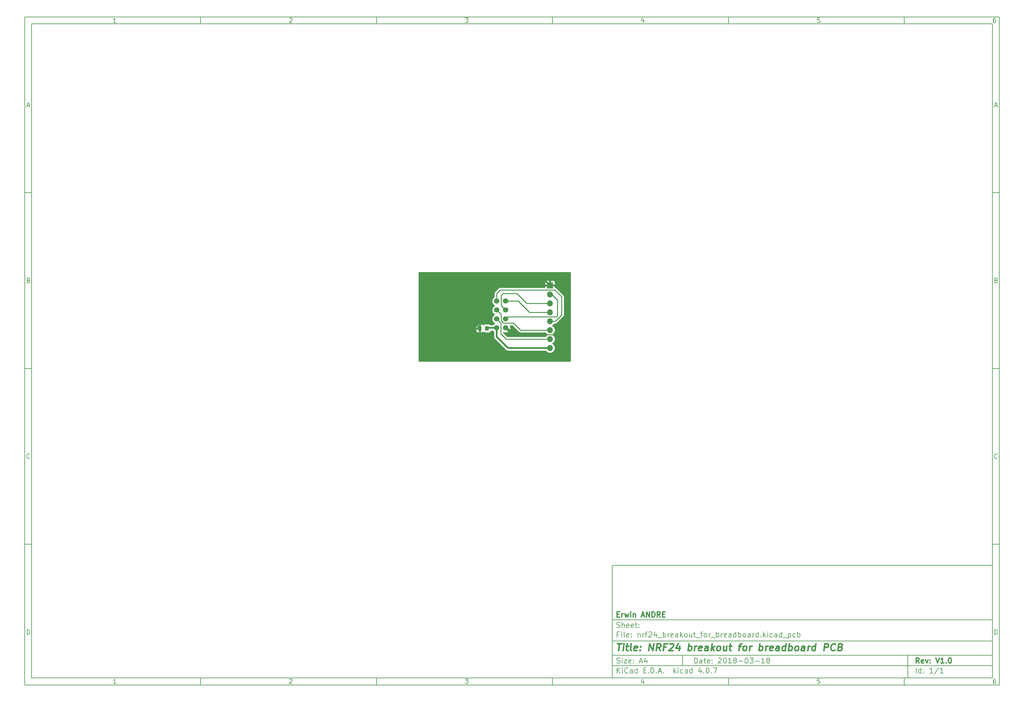
<source format=gtl>
G04 #@! TF.FileFunction,Copper,L1,Top,Signal*
%FSLAX46Y46*%
G04 Gerber Fmt 4.6, Leading zero omitted, Abs format (unit mm)*
G04 Created by KiCad (PCBNEW 4.0.7) date 03/19/18 18:58:34*
%MOMM*%
%LPD*%
G01*
G04 APERTURE LIST*
%ADD10C,0.100000*%
%ADD11C,0.150000*%
%ADD12C,0.300000*%
%ADD13C,0.400000*%
%ADD14C,1.524000*%
%ADD15R,1.700000X1.700000*%
%ADD16O,1.700000X1.700000*%
%ADD17R,1.000000X1.250000*%
%ADD18C,0.250000*%
%ADD19C,0.254000*%
%ADD20C,0.508000*%
G04 APERTURE END LIST*
D10*
D11*
X177002200Y-166007200D02*
X177002200Y-198007200D01*
X285002200Y-198007200D01*
X285002200Y-166007200D01*
X177002200Y-166007200D01*
D10*
D11*
X10000000Y-10000000D02*
X10000000Y-200007200D01*
X287002200Y-200007200D01*
X287002200Y-10000000D01*
X10000000Y-10000000D01*
D10*
D11*
X12000000Y-12000000D02*
X12000000Y-198007200D01*
X285002200Y-198007200D01*
X285002200Y-12000000D01*
X12000000Y-12000000D01*
D10*
D11*
X60000000Y-12000000D02*
X60000000Y-10000000D01*
D10*
D11*
X110000000Y-12000000D02*
X110000000Y-10000000D01*
D10*
D11*
X160000000Y-12000000D02*
X160000000Y-10000000D01*
D10*
D11*
X210000000Y-12000000D02*
X210000000Y-10000000D01*
D10*
D11*
X260000000Y-12000000D02*
X260000000Y-10000000D01*
D10*
D11*
X35990476Y-11588095D02*
X35247619Y-11588095D01*
X35619048Y-11588095D02*
X35619048Y-10288095D01*
X35495238Y-10473810D01*
X35371429Y-10597619D01*
X35247619Y-10659524D01*
D10*
D11*
X85247619Y-10411905D02*
X85309524Y-10350000D01*
X85433333Y-10288095D01*
X85742857Y-10288095D01*
X85866667Y-10350000D01*
X85928571Y-10411905D01*
X85990476Y-10535714D01*
X85990476Y-10659524D01*
X85928571Y-10845238D01*
X85185714Y-11588095D01*
X85990476Y-11588095D01*
D10*
D11*
X135185714Y-10288095D02*
X135990476Y-10288095D01*
X135557143Y-10783333D01*
X135742857Y-10783333D01*
X135866667Y-10845238D01*
X135928571Y-10907143D01*
X135990476Y-11030952D01*
X135990476Y-11340476D01*
X135928571Y-11464286D01*
X135866667Y-11526190D01*
X135742857Y-11588095D01*
X135371429Y-11588095D01*
X135247619Y-11526190D01*
X135185714Y-11464286D01*
D10*
D11*
X185866667Y-10721429D02*
X185866667Y-11588095D01*
X185557143Y-10226190D02*
X185247619Y-11154762D01*
X186052381Y-11154762D01*
D10*
D11*
X235928571Y-10288095D02*
X235309524Y-10288095D01*
X235247619Y-10907143D01*
X235309524Y-10845238D01*
X235433333Y-10783333D01*
X235742857Y-10783333D01*
X235866667Y-10845238D01*
X235928571Y-10907143D01*
X235990476Y-11030952D01*
X235990476Y-11340476D01*
X235928571Y-11464286D01*
X235866667Y-11526190D01*
X235742857Y-11588095D01*
X235433333Y-11588095D01*
X235309524Y-11526190D01*
X235247619Y-11464286D01*
D10*
D11*
X285866667Y-10288095D02*
X285619048Y-10288095D01*
X285495238Y-10350000D01*
X285433333Y-10411905D01*
X285309524Y-10597619D01*
X285247619Y-10845238D01*
X285247619Y-11340476D01*
X285309524Y-11464286D01*
X285371429Y-11526190D01*
X285495238Y-11588095D01*
X285742857Y-11588095D01*
X285866667Y-11526190D01*
X285928571Y-11464286D01*
X285990476Y-11340476D01*
X285990476Y-11030952D01*
X285928571Y-10907143D01*
X285866667Y-10845238D01*
X285742857Y-10783333D01*
X285495238Y-10783333D01*
X285371429Y-10845238D01*
X285309524Y-10907143D01*
X285247619Y-11030952D01*
D10*
D11*
X60000000Y-198007200D02*
X60000000Y-200007200D01*
D10*
D11*
X110000000Y-198007200D02*
X110000000Y-200007200D01*
D10*
D11*
X160000000Y-198007200D02*
X160000000Y-200007200D01*
D10*
D11*
X210000000Y-198007200D02*
X210000000Y-200007200D01*
D10*
D11*
X260000000Y-198007200D02*
X260000000Y-200007200D01*
D10*
D11*
X35990476Y-199595295D02*
X35247619Y-199595295D01*
X35619048Y-199595295D02*
X35619048Y-198295295D01*
X35495238Y-198481010D01*
X35371429Y-198604819D01*
X35247619Y-198666724D01*
D10*
D11*
X85247619Y-198419105D02*
X85309524Y-198357200D01*
X85433333Y-198295295D01*
X85742857Y-198295295D01*
X85866667Y-198357200D01*
X85928571Y-198419105D01*
X85990476Y-198542914D01*
X85990476Y-198666724D01*
X85928571Y-198852438D01*
X85185714Y-199595295D01*
X85990476Y-199595295D01*
D10*
D11*
X135185714Y-198295295D02*
X135990476Y-198295295D01*
X135557143Y-198790533D01*
X135742857Y-198790533D01*
X135866667Y-198852438D01*
X135928571Y-198914343D01*
X135990476Y-199038152D01*
X135990476Y-199347676D01*
X135928571Y-199471486D01*
X135866667Y-199533390D01*
X135742857Y-199595295D01*
X135371429Y-199595295D01*
X135247619Y-199533390D01*
X135185714Y-199471486D01*
D10*
D11*
X185866667Y-198728629D02*
X185866667Y-199595295D01*
X185557143Y-198233390D02*
X185247619Y-199161962D01*
X186052381Y-199161962D01*
D10*
D11*
X235928571Y-198295295D02*
X235309524Y-198295295D01*
X235247619Y-198914343D01*
X235309524Y-198852438D01*
X235433333Y-198790533D01*
X235742857Y-198790533D01*
X235866667Y-198852438D01*
X235928571Y-198914343D01*
X235990476Y-199038152D01*
X235990476Y-199347676D01*
X235928571Y-199471486D01*
X235866667Y-199533390D01*
X235742857Y-199595295D01*
X235433333Y-199595295D01*
X235309524Y-199533390D01*
X235247619Y-199471486D01*
D10*
D11*
X285866667Y-198295295D02*
X285619048Y-198295295D01*
X285495238Y-198357200D01*
X285433333Y-198419105D01*
X285309524Y-198604819D01*
X285247619Y-198852438D01*
X285247619Y-199347676D01*
X285309524Y-199471486D01*
X285371429Y-199533390D01*
X285495238Y-199595295D01*
X285742857Y-199595295D01*
X285866667Y-199533390D01*
X285928571Y-199471486D01*
X285990476Y-199347676D01*
X285990476Y-199038152D01*
X285928571Y-198914343D01*
X285866667Y-198852438D01*
X285742857Y-198790533D01*
X285495238Y-198790533D01*
X285371429Y-198852438D01*
X285309524Y-198914343D01*
X285247619Y-199038152D01*
D10*
D11*
X10000000Y-60000000D02*
X12000000Y-60000000D01*
D10*
D11*
X10000000Y-110000000D02*
X12000000Y-110000000D01*
D10*
D11*
X10000000Y-160000000D02*
X12000000Y-160000000D01*
D10*
D11*
X10690476Y-35216667D02*
X11309524Y-35216667D01*
X10566667Y-35588095D02*
X11000000Y-34288095D01*
X11433333Y-35588095D01*
D10*
D11*
X11092857Y-84907143D02*
X11278571Y-84969048D01*
X11340476Y-85030952D01*
X11402381Y-85154762D01*
X11402381Y-85340476D01*
X11340476Y-85464286D01*
X11278571Y-85526190D01*
X11154762Y-85588095D01*
X10659524Y-85588095D01*
X10659524Y-84288095D01*
X11092857Y-84288095D01*
X11216667Y-84350000D01*
X11278571Y-84411905D01*
X11340476Y-84535714D01*
X11340476Y-84659524D01*
X11278571Y-84783333D01*
X11216667Y-84845238D01*
X11092857Y-84907143D01*
X10659524Y-84907143D01*
D10*
D11*
X11402381Y-135464286D02*
X11340476Y-135526190D01*
X11154762Y-135588095D01*
X11030952Y-135588095D01*
X10845238Y-135526190D01*
X10721429Y-135402381D01*
X10659524Y-135278571D01*
X10597619Y-135030952D01*
X10597619Y-134845238D01*
X10659524Y-134597619D01*
X10721429Y-134473810D01*
X10845238Y-134350000D01*
X11030952Y-134288095D01*
X11154762Y-134288095D01*
X11340476Y-134350000D01*
X11402381Y-134411905D01*
D10*
D11*
X10659524Y-185588095D02*
X10659524Y-184288095D01*
X10969048Y-184288095D01*
X11154762Y-184350000D01*
X11278571Y-184473810D01*
X11340476Y-184597619D01*
X11402381Y-184845238D01*
X11402381Y-185030952D01*
X11340476Y-185278571D01*
X11278571Y-185402381D01*
X11154762Y-185526190D01*
X10969048Y-185588095D01*
X10659524Y-185588095D01*
D10*
D11*
X287002200Y-60000000D02*
X285002200Y-60000000D01*
D10*
D11*
X287002200Y-110000000D02*
X285002200Y-110000000D01*
D10*
D11*
X287002200Y-160000000D02*
X285002200Y-160000000D01*
D10*
D11*
X285692676Y-35216667D02*
X286311724Y-35216667D01*
X285568867Y-35588095D02*
X286002200Y-34288095D01*
X286435533Y-35588095D01*
D10*
D11*
X286095057Y-84907143D02*
X286280771Y-84969048D01*
X286342676Y-85030952D01*
X286404581Y-85154762D01*
X286404581Y-85340476D01*
X286342676Y-85464286D01*
X286280771Y-85526190D01*
X286156962Y-85588095D01*
X285661724Y-85588095D01*
X285661724Y-84288095D01*
X286095057Y-84288095D01*
X286218867Y-84350000D01*
X286280771Y-84411905D01*
X286342676Y-84535714D01*
X286342676Y-84659524D01*
X286280771Y-84783333D01*
X286218867Y-84845238D01*
X286095057Y-84907143D01*
X285661724Y-84907143D01*
D10*
D11*
X286404581Y-135464286D02*
X286342676Y-135526190D01*
X286156962Y-135588095D01*
X286033152Y-135588095D01*
X285847438Y-135526190D01*
X285723629Y-135402381D01*
X285661724Y-135278571D01*
X285599819Y-135030952D01*
X285599819Y-134845238D01*
X285661724Y-134597619D01*
X285723629Y-134473810D01*
X285847438Y-134350000D01*
X286033152Y-134288095D01*
X286156962Y-134288095D01*
X286342676Y-134350000D01*
X286404581Y-134411905D01*
D10*
D11*
X285661724Y-185588095D02*
X285661724Y-184288095D01*
X285971248Y-184288095D01*
X286156962Y-184350000D01*
X286280771Y-184473810D01*
X286342676Y-184597619D01*
X286404581Y-184845238D01*
X286404581Y-185030952D01*
X286342676Y-185278571D01*
X286280771Y-185402381D01*
X286156962Y-185526190D01*
X285971248Y-185588095D01*
X285661724Y-185588095D01*
D10*
D11*
X200359343Y-193785771D02*
X200359343Y-192285771D01*
X200716486Y-192285771D01*
X200930771Y-192357200D01*
X201073629Y-192500057D01*
X201145057Y-192642914D01*
X201216486Y-192928629D01*
X201216486Y-193142914D01*
X201145057Y-193428629D01*
X201073629Y-193571486D01*
X200930771Y-193714343D01*
X200716486Y-193785771D01*
X200359343Y-193785771D01*
X202502200Y-193785771D02*
X202502200Y-193000057D01*
X202430771Y-192857200D01*
X202287914Y-192785771D01*
X202002200Y-192785771D01*
X201859343Y-192857200D01*
X202502200Y-193714343D02*
X202359343Y-193785771D01*
X202002200Y-193785771D01*
X201859343Y-193714343D01*
X201787914Y-193571486D01*
X201787914Y-193428629D01*
X201859343Y-193285771D01*
X202002200Y-193214343D01*
X202359343Y-193214343D01*
X202502200Y-193142914D01*
X203002200Y-192785771D02*
X203573629Y-192785771D01*
X203216486Y-192285771D02*
X203216486Y-193571486D01*
X203287914Y-193714343D01*
X203430772Y-193785771D01*
X203573629Y-193785771D01*
X204645057Y-193714343D02*
X204502200Y-193785771D01*
X204216486Y-193785771D01*
X204073629Y-193714343D01*
X204002200Y-193571486D01*
X204002200Y-193000057D01*
X204073629Y-192857200D01*
X204216486Y-192785771D01*
X204502200Y-192785771D01*
X204645057Y-192857200D01*
X204716486Y-193000057D01*
X204716486Y-193142914D01*
X204002200Y-193285771D01*
X205359343Y-193642914D02*
X205430771Y-193714343D01*
X205359343Y-193785771D01*
X205287914Y-193714343D01*
X205359343Y-193642914D01*
X205359343Y-193785771D01*
X205359343Y-192857200D02*
X205430771Y-192928629D01*
X205359343Y-193000057D01*
X205287914Y-192928629D01*
X205359343Y-192857200D01*
X205359343Y-193000057D01*
X207145057Y-192428629D02*
X207216486Y-192357200D01*
X207359343Y-192285771D01*
X207716486Y-192285771D01*
X207859343Y-192357200D01*
X207930772Y-192428629D01*
X208002200Y-192571486D01*
X208002200Y-192714343D01*
X207930772Y-192928629D01*
X207073629Y-193785771D01*
X208002200Y-193785771D01*
X208930771Y-192285771D02*
X209073628Y-192285771D01*
X209216485Y-192357200D01*
X209287914Y-192428629D01*
X209359343Y-192571486D01*
X209430771Y-192857200D01*
X209430771Y-193214343D01*
X209359343Y-193500057D01*
X209287914Y-193642914D01*
X209216485Y-193714343D01*
X209073628Y-193785771D01*
X208930771Y-193785771D01*
X208787914Y-193714343D01*
X208716485Y-193642914D01*
X208645057Y-193500057D01*
X208573628Y-193214343D01*
X208573628Y-192857200D01*
X208645057Y-192571486D01*
X208716485Y-192428629D01*
X208787914Y-192357200D01*
X208930771Y-192285771D01*
X210859342Y-193785771D02*
X210002199Y-193785771D01*
X210430771Y-193785771D02*
X210430771Y-192285771D01*
X210287914Y-192500057D01*
X210145056Y-192642914D01*
X210002199Y-192714343D01*
X211716485Y-192928629D02*
X211573627Y-192857200D01*
X211502199Y-192785771D01*
X211430770Y-192642914D01*
X211430770Y-192571486D01*
X211502199Y-192428629D01*
X211573627Y-192357200D01*
X211716485Y-192285771D01*
X212002199Y-192285771D01*
X212145056Y-192357200D01*
X212216485Y-192428629D01*
X212287913Y-192571486D01*
X212287913Y-192642914D01*
X212216485Y-192785771D01*
X212145056Y-192857200D01*
X212002199Y-192928629D01*
X211716485Y-192928629D01*
X211573627Y-193000057D01*
X211502199Y-193071486D01*
X211430770Y-193214343D01*
X211430770Y-193500057D01*
X211502199Y-193642914D01*
X211573627Y-193714343D01*
X211716485Y-193785771D01*
X212002199Y-193785771D01*
X212145056Y-193714343D01*
X212216485Y-193642914D01*
X212287913Y-193500057D01*
X212287913Y-193214343D01*
X212216485Y-193071486D01*
X212145056Y-193000057D01*
X212002199Y-192928629D01*
X212930770Y-193214343D02*
X214073627Y-193214343D01*
X215073627Y-192285771D02*
X215216484Y-192285771D01*
X215359341Y-192357200D01*
X215430770Y-192428629D01*
X215502199Y-192571486D01*
X215573627Y-192857200D01*
X215573627Y-193214343D01*
X215502199Y-193500057D01*
X215430770Y-193642914D01*
X215359341Y-193714343D01*
X215216484Y-193785771D01*
X215073627Y-193785771D01*
X214930770Y-193714343D01*
X214859341Y-193642914D01*
X214787913Y-193500057D01*
X214716484Y-193214343D01*
X214716484Y-192857200D01*
X214787913Y-192571486D01*
X214859341Y-192428629D01*
X214930770Y-192357200D01*
X215073627Y-192285771D01*
X216073627Y-192285771D02*
X217002198Y-192285771D01*
X216502198Y-192857200D01*
X216716484Y-192857200D01*
X216859341Y-192928629D01*
X216930770Y-193000057D01*
X217002198Y-193142914D01*
X217002198Y-193500057D01*
X216930770Y-193642914D01*
X216859341Y-193714343D01*
X216716484Y-193785771D01*
X216287912Y-193785771D01*
X216145055Y-193714343D01*
X216073627Y-193642914D01*
X217645055Y-193214343D02*
X218787912Y-193214343D01*
X220287912Y-193785771D02*
X219430769Y-193785771D01*
X219859341Y-193785771D02*
X219859341Y-192285771D01*
X219716484Y-192500057D01*
X219573626Y-192642914D01*
X219430769Y-192714343D01*
X221145055Y-192928629D02*
X221002197Y-192857200D01*
X220930769Y-192785771D01*
X220859340Y-192642914D01*
X220859340Y-192571486D01*
X220930769Y-192428629D01*
X221002197Y-192357200D01*
X221145055Y-192285771D01*
X221430769Y-192285771D01*
X221573626Y-192357200D01*
X221645055Y-192428629D01*
X221716483Y-192571486D01*
X221716483Y-192642914D01*
X221645055Y-192785771D01*
X221573626Y-192857200D01*
X221430769Y-192928629D01*
X221145055Y-192928629D01*
X221002197Y-193000057D01*
X220930769Y-193071486D01*
X220859340Y-193214343D01*
X220859340Y-193500057D01*
X220930769Y-193642914D01*
X221002197Y-193714343D01*
X221145055Y-193785771D01*
X221430769Y-193785771D01*
X221573626Y-193714343D01*
X221645055Y-193642914D01*
X221716483Y-193500057D01*
X221716483Y-193214343D01*
X221645055Y-193071486D01*
X221573626Y-193000057D01*
X221430769Y-192928629D01*
D10*
D11*
X177002200Y-194507200D02*
X285002200Y-194507200D01*
D10*
D11*
X178359343Y-196585771D02*
X178359343Y-195085771D01*
X179216486Y-196585771D02*
X178573629Y-195728629D01*
X179216486Y-195085771D02*
X178359343Y-195942914D01*
X179859343Y-196585771D02*
X179859343Y-195585771D01*
X179859343Y-195085771D02*
X179787914Y-195157200D01*
X179859343Y-195228629D01*
X179930771Y-195157200D01*
X179859343Y-195085771D01*
X179859343Y-195228629D01*
X181430772Y-196442914D02*
X181359343Y-196514343D01*
X181145057Y-196585771D01*
X181002200Y-196585771D01*
X180787915Y-196514343D01*
X180645057Y-196371486D01*
X180573629Y-196228629D01*
X180502200Y-195942914D01*
X180502200Y-195728629D01*
X180573629Y-195442914D01*
X180645057Y-195300057D01*
X180787915Y-195157200D01*
X181002200Y-195085771D01*
X181145057Y-195085771D01*
X181359343Y-195157200D01*
X181430772Y-195228629D01*
X182716486Y-196585771D02*
X182716486Y-195800057D01*
X182645057Y-195657200D01*
X182502200Y-195585771D01*
X182216486Y-195585771D01*
X182073629Y-195657200D01*
X182716486Y-196514343D02*
X182573629Y-196585771D01*
X182216486Y-196585771D01*
X182073629Y-196514343D01*
X182002200Y-196371486D01*
X182002200Y-196228629D01*
X182073629Y-196085771D01*
X182216486Y-196014343D01*
X182573629Y-196014343D01*
X182716486Y-195942914D01*
X184073629Y-196585771D02*
X184073629Y-195085771D01*
X184073629Y-196514343D02*
X183930772Y-196585771D01*
X183645058Y-196585771D01*
X183502200Y-196514343D01*
X183430772Y-196442914D01*
X183359343Y-196300057D01*
X183359343Y-195871486D01*
X183430772Y-195728629D01*
X183502200Y-195657200D01*
X183645058Y-195585771D01*
X183930772Y-195585771D01*
X184073629Y-195657200D01*
X185930772Y-195800057D02*
X186430772Y-195800057D01*
X186645058Y-196585771D02*
X185930772Y-196585771D01*
X185930772Y-195085771D01*
X186645058Y-195085771D01*
X187287915Y-196442914D02*
X187359343Y-196514343D01*
X187287915Y-196585771D01*
X187216486Y-196514343D01*
X187287915Y-196442914D01*
X187287915Y-196585771D01*
X188002201Y-196585771D02*
X188002201Y-195085771D01*
X188359344Y-195085771D01*
X188573629Y-195157200D01*
X188716487Y-195300057D01*
X188787915Y-195442914D01*
X188859344Y-195728629D01*
X188859344Y-195942914D01*
X188787915Y-196228629D01*
X188716487Y-196371486D01*
X188573629Y-196514343D01*
X188359344Y-196585771D01*
X188002201Y-196585771D01*
X189502201Y-196442914D02*
X189573629Y-196514343D01*
X189502201Y-196585771D01*
X189430772Y-196514343D01*
X189502201Y-196442914D01*
X189502201Y-196585771D01*
X190145058Y-196157200D02*
X190859344Y-196157200D01*
X190002201Y-196585771D02*
X190502201Y-195085771D01*
X191002201Y-196585771D01*
X191502201Y-196442914D02*
X191573629Y-196514343D01*
X191502201Y-196585771D01*
X191430772Y-196514343D01*
X191502201Y-196442914D01*
X191502201Y-196585771D01*
X194502201Y-196585771D02*
X194502201Y-195085771D01*
X194645058Y-196014343D02*
X195073629Y-196585771D01*
X195073629Y-195585771D02*
X194502201Y-196157200D01*
X195716487Y-196585771D02*
X195716487Y-195585771D01*
X195716487Y-195085771D02*
X195645058Y-195157200D01*
X195716487Y-195228629D01*
X195787915Y-195157200D01*
X195716487Y-195085771D01*
X195716487Y-195228629D01*
X197073630Y-196514343D02*
X196930773Y-196585771D01*
X196645059Y-196585771D01*
X196502201Y-196514343D01*
X196430773Y-196442914D01*
X196359344Y-196300057D01*
X196359344Y-195871486D01*
X196430773Y-195728629D01*
X196502201Y-195657200D01*
X196645059Y-195585771D01*
X196930773Y-195585771D01*
X197073630Y-195657200D01*
X198359344Y-196585771D02*
X198359344Y-195800057D01*
X198287915Y-195657200D01*
X198145058Y-195585771D01*
X197859344Y-195585771D01*
X197716487Y-195657200D01*
X198359344Y-196514343D02*
X198216487Y-196585771D01*
X197859344Y-196585771D01*
X197716487Y-196514343D01*
X197645058Y-196371486D01*
X197645058Y-196228629D01*
X197716487Y-196085771D01*
X197859344Y-196014343D01*
X198216487Y-196014343D01*
X198359344Y-195942914D01*
X199716487Y-196585771D02*
X199716487Y-195085771D01*
X199716487Y-196514343D02*
X199573630Y-196585771D01*
X199287916Y-196585771D01*
X199145058Y-196514343D01*
X199073630Y-196442914D01*
X199002201Y-196300057D01*
X199002201Y-195871486D01*
X199073630Y-195728629D01*
X199145058Y-195657200D01*
X199287916Y-195585771D01*
X199573630Y-195585771D01*
X199716487Y-195657200D01*
X202216487Y-195585771D02*
X202216487Y-196585771D01*
X201859344Y-195014343D02*
X201502201Y-196085771D01*
X202430773Y-196085771D01*
X203002201Y-196442914D02*
X203073629Y-196514343D01*
X203002201Y-196585771D01*
X202930772Y-196514343D01*
X203002201Y-196442914D01*
X203002201Y-196585771D01*
X204002201Y-195085771D02*
X204145058Y-195085771D01*
X204287915Y-195157200D01*
X204359344Y-195228629D01*
X204430773Y-195371486D01*
X204502201Y-195657200D01*
X204502201Y-196014343D01*
X204430773Y-196300057D01*
X204359344Y-196442914D01*
X204287915Y-196514343D01*
X204145058Y-196585771D01*
X204002201Y-196585771D01*
X203859344Y-196514343D01*
X203787915Y-196442914D01*
X203716487Y-196300057D01*
X203645058Y-196014343D01*
X203645058Y-195657200D01*
X203716487Y-195371486D01*
X203787915Y-195228629D01*
X203859344Y-195157200D01*
X204002201Y-195085771D01*
X205145058Y-196442914D02*
X205216486Y-196514343D01*
X205145058Y-196585771D01*
X205073629Y-196514343D01*
X205145058Y-196442914D01*
X205145058Y-196585771D01*
X205716487Y-195085771D02*
X206716487Y-195085771D01*
X206073630Y-196585771D01*
D10*
D11*
X177002200Y-191507200D02*
X285002200Y-191507200D01*
D10*
D12*
X264216486Y-193785771D02*
X263716486Y-193071486D01*
X263359343Y-193785771D02*
X263359343Y-192285771D01*
X263930771Y-192285771D01*
X264073629Y-192357200D01*
X264145057Y-192428629D01*
X264216486Y-192571486D01*
X264216486Y-192785771D01*
X264145057Y-192928629D01*
X264073629Y-193000057D01*
X263930771Y-193071486D01*
X263359343Y-193071486D01*
X265430771Y-193714343D02*
X265287914Y-193785771D01*
X265002200Y-193785771D01*
X264859343Y-193714343D01*
X264787914Y-193571486D01*
X264787914Y-193000057D01*
X264859343Y-192857200D01*
X265002200Y-192785771D01*
X265287914Y-192785771D01*
X265430771Y-192857200D01*
X265502200Y-193000057D01*
X265502200Y-193142914D01*
X264787914Y-193285771D01*
X266002200Y-192785771D02*
X266359343Y-193785771D01*
X266716485Y-192785771D01*
X267287914Y-193642914D02*
X267359342Y-193714343D01*
X267287914Y-193785771D01*
X267216485Y-193714343D01*
X267287914Y-193642914D01*
X267287914Y-193785771D01*
X267287914Y-192857200D02*
X267359342Y-192928629D01*
X267287914Y-193000057D01*
X267216485Y-192928629D01*
X267287914Y-192857200D01*
X267287914Y-193000057D01*
X268930771Y-192285771D02*
X269430771Y-193785771D01*
X269930771Y-192285771D01*
X271216485Y-193785771D02*
X270359342Y-193785771D01*
X270787914Y-193785771D02*
X270787914Y-192285771D01*
X270645057Y-192500057D01*
X270502199Y-192642914D01*
X270359342Y-192714343D01*
X271859342Y-193642914D02*
X271930770Y-193714343D01*
X271859342Y-193785771D01*
X271787913Y-193714343D01*
X271859342Y-193642914D01*
X271859342Y-193785771D01*
X272859342Y-192285771D02*
X273002199Y-192285771D01*
X273145056Y-192357200D01*
X273216485Y-192428629D01*
X273287914Y-192571486D01*
X273359342Y-192857200D01*
X273359342Y-193214343D01*
X273287914Y-193500057D01*
X273216485Y-193642914D01*
X273145056Y-193714343D01*
X273002199Y-193785771D01*
X272859342Y-193785771D01*
X272716485Y-193714343D01*
X272645056Y-193642914D01*
X272573628Y-193500057D01*
X272502199Y-193214343D01*
X272502199Y-192857200D01*
X272573628Y-192571486D01*
X272645056Y-192428629D01*
X272716485Y-192357200D01*
X272859342Y-192285771D01*
D10*
D11*
X178287914Y-193714343D02*
X178502200Y-193785771D01*
X178859343Y-193785771D01*
X179002200Y-193714343D01*
X179073629Y-193642914D01*
X179145057Y-193500057D01*
X179145057Y-193357200D01*
X179073629Y-193214343D01*
X179002200Y-193142914D01*
X178859343Y-193071486D01*
X178573629Y-193000057D01*
X178430771Y-192928629D01*
X178359343Y-192857200D01*
X178287914Y-192714343D01*
X178287914Y-192571486D01*
X178359343Y-192428629D01*
X178430771Y-192357200D01*
X178573629Y-192285771D01*
X178930771Y-192285771D01*
X179145057Y-192357200D01*
X179787914Y-193785771D02*
X179787914Y-192785771D01*
X179787914Y-192285771D02*
X179716485Y-192357200D01*
X179787914Y-192428629D01*
X179859342Y-192357200D01*
X179787914Y-192285771D01*
X179787914Y-192428629D01*
X180359343Y-192785771D02*
X181145057Y-192785771D01*
X180359343Y-193785771D01*
X181145057Y-193785771D01*
X182287914Y-193714343D02*
X182145057Y-193785771D01*
X181859343Y-193785771D01*
X181716486Y-193714343D01*
X181645057Y-193571486D01*
X181645057Y-193000057D01*
X181716486Y-192857200D01*
X181859343Y-192785771D01*
X182145057Y-192785771D01*
X182287914Y-192857200D01*
X182359343Y-193000057D01*
X182359343Y-193142914D01*
X181645057Y-193285771D01*
X183002200Y-193642914D02*
X183073628Y-193714343D01*
X183002200Y-193785771D01*
X182930771Y-193714343D01*
X183002200Y-193642914D01*
X183002200Y-193785771D01*
X183002200Y-192857200D02*
X183073628Y-192928629D01*
X183002200Y-193000057D01*
X182930771Y-192928629D01*
X183002200Y-192857200D01*
X183002200Y-193000057D01*
X184787914Y-193357200D02*
X185502200Y-193357200D01*
X184645057Y-193785771D02*
X185145057Y-192285771D01*
X185645057Y-193785771D01*
X186787914Y-192785771D02*
X186787914Y-193785771D01*
X186430771Y-192214343D02*
X186073628Y-193285771D01*
X187002200Y-193285771D01*
D10*
D11*
X263359343Y-196585771D02*
X263359343Y-195085771D01*
X264716486Y-196585771D02*
X264716486Y-195085771D01*
X264716486Y-196514343D02*
X264573629Y-196585771D01*
X264287915Y-196585771D01*
X264145057Y-196514343D01*
X264073629Y-196442914D01*
X264002200Y-196300057D01*
X264002200Y-195871486D01*
X264073629Y-195728629D01*
X264145057Y-195657200D01*
X264287915Y-195585771D01*
X264573629Y-195585771D01*
X264716486Y-195657200D01*
X265430772Y-196442914D02*
X265502200Y-196514343D01*
X265430772Y-196585771D01*
X265359343Y-196514343D01*
X265430772Y-196442914D01*
X265430772Y-196585771D01*
X265430772Y-195657200D02*
X265502200Y-195728629D01*
X265430772Y-195800057D01*
X265359343Y-195728629D01*
X265430772Y-195657200D01*
X265430772Y-195800057D01*
X268073629Y-196585771D02*
X267216486Y-196585771D01*
X267645058Y-196585771D02*
X267645058Y-195085771D01*
X267502201Y-195300057D01*
X267359343Y-195442914D01*
X267216486Y-195514343D01*
X269787914Y-195014343D02*
X268502200Y-196942914D01*
X271073629Y-196585771D02*
X270216486Y-196585771D01*
X270645058Y-196585771D02*
X270645058Y-195085771D01*
X270502201Y-195300057D01*
X270359343Y-195442914D01*
X270216486Y-195514343D01*
D10*
D11*
X177002200Y-187507200D02*
X285002200Y-187507200D01*
D10*
D13*
X178454581Y-188211962D02*
X179597438Y-188211962D01*
X178776010Y-190211962D02*
X179026010Y-188211962D01*
X180014105Y-190211962D02*
X180180771Y-188878629D01*
X180264105Y-188211962D02*
X180156962Y-188307200D01*
X180240295Y-188402438D01*
X180347439Y-188307200D01*
X180264105Y-188211962D01*
X180240295Y-188402438D01*
X180847438Y-188878629D02*
X181609343Y-188878629D01*
X181216486Y-188211962D02*
X181002200Y-189926248D01*
X181073630Y-190116724D01*
X181252201Y-190211962D01*
X181442677Y-190211962D01*
X182395058Y-190211962D02*
X182216487Y-190116724D01*
X182145057Y-189926248D01*
X182359343Y-188211962D01*
X183930772Y-190116724D02*
X183728391Y-190211962D01*
X183347439Y-190211962D01*
X183168867Y-190116724D01*
X183097438Y-189926248D01*
X183192676Y-189164343D01*
X183311724Y-188973867D01*
X183514105Y-188878629D01*
X183895057Y-188878629D01*
X184073629Y-188973867D01*
X184145057Y-189164343D01*
X184121248Y-189354819D01*
X183145057Y-189545295D01*
X184895057Y-190021486D02*
X184978392Y-190116724D01*
X184871248Y-190211962D01*
X184787915Y-190116724D01*
X184895057Y-190021486D01*
X184871248Y-190211962D01*
X185026010Y-188973867D02*
X185109344Y-189069105D01*
X185002200Y-189164343D01*
X184918867Y-189069105D01*
X185026010Y-188973867D01*
X185002200Y-189164343D01*
X187347439Y-190211962D02*
X187597439Y-188211962D01*
X188490297Y-190211962D01*
X188740297Y-188211962D01*
X190585535Y-190211962D02*
X190037915Y-189259581D01*
X189442677Y-190211962D02*
X189692677Y-188211962D01*
X190454582Y-188211962D01*
X190633153Y-188307200D01*
X190716487Y-188402438D01*
X190787916Y-188592914D01*
X190752201Y-188878629D01*
X190633154Y-189069105D01*
X190526010Y-189164343D01*
X190323629Y-189259581D01*
X189561724Y-189259581D01*
X192240296Y-189164343D02*
X191573629Y-189164343D01*
X191442677Y-190211962D02*
X191692677Y-188211962D01*
X192645058Y-188211962D01*
X193287915Y-188402438D02*
X193395058Y-188307200D01*
X193597440Y-188211962D01*
X194073630Y-188211962D01*
X194252201Y-188307200D01*
X194335534Y-188402438D01*
X194406964Y-188592914D01*
X194383154Y-188783390D01*
X194252201Y-189069105D01*
X192966487Y-190211962D01*
X194204583Y-190211962D01*
X196085534Y-188878629D02*
X195918868Y-190211962D01*
X195704583Y-188116724D02*
X195049820Y-189545295D01*
X196287916Y-189545295D01*
X198490297Y-190211962D02*
X198740297Y-188211962D01*
X198645059Y-188973867D02*
X198847440Y-188878629D01*
X199228392Y-188878629D01*
X199406964Y-188973867D01*
X199490297Y-189069105D01*
X199561725Y-189259581D01*
X199490297Y-189831010D01*
X199371249Y-190021486D01*
X199264107Y-190116724D01*
X199061726Y-190211962D01*
X198680774Y-190211962D01*
X198502202Y-190116724D01*
X200299821Y-190211962D02*
X200466487Y-188878629D01*
X200418868Y-189259581D02*
X200537917Y-189069105D01*
X200645060Y-188973867D01*
X200847440Y-188878629D01*
X201037916Y-188878629D01*
X202311726Y-190116724D02*
X202109345Y-190211962D01*
X201728393Y-190211962D01*
X201549821Y-190116724D01*
X201478392Y-189926248D01*
X201573630Y-189164343D01*
X201692678Y-188973867D01*
X201895059Y-188878629D01*
X202276011Y-188878629D01*
X202454583Y-188973867D01*
X202526011Y-189164343D01*
X202502202Y-189354819D01*
X201526011Y-189545295D01*
X204109345Y-190211962D02*
X204240297Y-189164343D01*
X204168869Y-188973867D01*
X203990297Y-188878629D01*
X203609345Y-188878629D01*
X203406964Y-188973867D01*
X204121250Y-190116724D02*
X203918869Y-190211962D01*
X203442679Y-190211962D01*
X203264107Y-190116724D01*
X203192678Y-189926248D01*
X203216488Y-189735771D01*
X203335535Y-189545295D01*
X203537917Y-189450057D01*
X204014107Y-189450057D01*
X204216488Y-189354819D01*
X205061726Y-190211962D02*
X205311726Y-188211962D01*
X205347441Y-189450057D02*
X205823631Y-190211962D01*
X205990297Y-188878629D02*
X205133154Y-189640533D01*
X206966489Y-190211962D02*
X206787918Y-190116724D01*
X206704583Y-190021486D01*
X206633155Y-189831010D01*
X206704583Y-189259581D01*
X206823631Y-189069105D01*
X206930775Y-188973867D01*
X207133155Y-188878629D01*
X207418869Y-188878629D01*
X207597441Y-188973867D01*
X207680774Y-189069105D01*
X207752202Y-189259581D01*
X207680774Y-189831010D01*
X207561726Y-190021486D01*
X207454584Y-190116724D01*
X207252203Y-190211962D01*
X206966489Y-190211962D01*
X209514107Y-188878629D02*
X209347441Y-190211962D01*
X208656964Y-188878629D02*
X208526012Y-189926248D01*
X208597442Y-190116724D01*
X208776013Y-190211962D01*
X209061727Y-190211962D01*
X209264108Y-190116724D01*
X209371250Y-190021486D01*
X210180774Y-188878629D02*
X210942679Y-188878629D01*
X210549822Y-188211962D02*
X210335536Y-189926248D01*
X210406966Y-190116724D01*
X210585537Y-190211962D01*
X210776013Y-190211962D01*
X212847441Y-188878629D02*
X213609346Y-188878629D01*
X212966489Y-190211962D02*
X213180775Y-188497676D01*
X213299823Y-188307200D01*
X213502204Y-188211962D01*
X213692680Y-188211962D01*
X214395061Y-190211962D02*
X214216490Y-190116724D01*
X214133155Y-190021486D01*
X214061727Y-189831010D01*
X214133155Y-189259581D01*
X214252203Y-189069105D01*
X214359347Y-188973867D01*
X214561727Y-188878629D01*
X214847441Y-188878629D01*
X215026013Y-188973867D01*
X215109346Y-189069105D01*
X215180774Y-189259581D01*
X215109346Y-189831010D01*
X214990298Y-190021486D01*
X214883156Y-190116724D01*
X214680775Y-190211962D01*
X214395061Y-190211962D01*
X215918870Y-190211962D02*
X216085536Y-188878629D01*
X216037917Y-189259581D02*
X216156966Y-189069105D01*
X216264109Y-188973867D01*
X216466489Y-188878629D01*
X216656965Y-188878629D01*
X218680775Y-190211962D02*
X218930775Y-188211962D01*
X218835537Y-188973867D02*
X219037918Y-188878629D01*
X219418870Y-188878629D01*
X219597442Y-188973867D01*
X219680775Y-189069105D01*
X219752203Y-189259581D01*
X219680775Y-189831010D01*
X219561727Y-190021486D01*
X219454585Y-190116724D01*
X219252204Y-190211962D01*
X218871252Y-190211962D01*
X218692680Y-190116724D01*
X220490299Y-190211962D02*
X220656965Y-188878629D01*
X220609346Y-189259581D02*
X220728395Y-189069105D01*
X220835538Y-188973867D01*
X221037918Y-188878629D01*
X221228394Y-188878629D01*
X222502204Y-190116724D02*
X222299823Y-190211962D01*
X221918871Y-190211962D01*
X221740299Y-190116724D01*
X221668870Y-189926248D01*
X221764108Y-189164343D01*
X221883156Y-188973867D01*
X222085537Y-188878629D01*
X222466489Y-188878629D01*
X222645061Y-188973867D01*
X222716489Y-189164343D01*
X222692680Y-189354819D01*
X221716489Y-189545295D01*
X224299823Y-190211962D02*
X224430775Y-189164343D01*
X224359347Y-188973867D01*
X224180775Y-188878629D01*
X223799823Y-188878629D01*
X223597442Y-188973867D01*
X224311728Y-190116724D02*
X224109347Y-190211962D01*
X223633157Y-190211962D01*
X223454585Y-190116724D01*
X223383156Y-189926248D01*
X223406966Y-189735771D01*
X223526013Y-189545295D01*
X223728395Y-189450057D01*
X224204585Y-189450057D01*
X224406966Y-189354819D01*
X226109347Y-190211962D02*
X226359347Y-188211962D01*
X226121252Y-190116724D02*
X225918871Y-190211962D01*
X225537919Y-190211962D01*
X225359348Y-190116724D01*
X225276013Y-190021486D01*
X225204585Y-189831010D01*
X225276013Y-189259581D01*
X225395061Y-189069105D01*
X225502205Y-188973867D01*
X225704585Y-188878629D01*
X226085537Y-188878629D01*
X226264109Y-188973867D01*
X227061728Y-190211962D02*
X227311728Y-188211962D01*
X227216490Y-188973867D02*
X227418871Y-188878629D01*
X227799823Y-188878629D01*
X227978395Y-188973867D01*
X228061728Y-189069105D01*
X228133156Y-189259581D01*
X228061728Y-189831010D01*
X227942680Y-190021486D01*
X227835538Y-190116724D01*
X227633157Y-190211962D01*
X227252205Y-190211962D01*
X227073633Y-190116724D01*
X229156967Y-190211962D02*
X228978396Y-190116724D01*
X228895061Y-190021486D01*
X228823633Y-189831010D01*
X228895061Y-189259581D01*
X229014109Y-189069105D01*
X229121253Y-188973867D01*
X229323633Y-188878629D01*
X229609347Y-188878629D01*
X229787919Y-188973867D01*
X229871252Y-189069105D01*
X229942680Y-189259581D01*
X229871252Y-189831010D01*
X229752204Y-190021486D01*
X229645062Y-190116724D01*
X229442681Y-190211962D01*
X229156967Y-190211962D01*
X231537919Y-190211962D02*
X231668871Y-189164343D01*
X231597443Y-188973867D01*
X231418871Y-188878629D01*
X231037919Y-188878629D01*
X230835538Y-188973867D01*
X231549824Y-190116724D02*
X231347443Y-190211962D01*
X230871253Y-190211962D01*
X230692681Y-190116724D01*
X230621252Y-189926248D01*
X230645062Y-189735771D01*
X230764109Y-189545295D01*
X230966491Y-189450057D01*
X231442681Y-189450057D01*
X231645062Y-189354819D01*
X232490300Y-190211962D02*
X232656966Y-188878629D01*
X232609347Y-189259581D02*
X232728396Y-189069105D01*
X232835539Y-188973867D01*
X233037919Y-188878629D01*
X233228395Y-188878629D01*
X234585538Y-190211962D02*
X234835538Y-188211962D01*
X234597443Y-190116724D02*
X234395062Y-190211962D01*
X234014110Y-190211962D01*
X233835539Y-190116724D01*
X233752204Y-190021486D01*
X233680776Y-189831010D01*
X233752204Y-189259581D01*
X233871252Y-189069105D01*
X233978396Y-188973867D01*
X234180776Y-188878629D01*
X234561728Y-188878629D01*
X234740300Y-188973867D01*
X237061729Y-190211962D02*
X237311729Y-188211962D01*
X238073634Y-188211962D01*
X238252205Y-188307200D01*
X238335539Y-188402438D01*
X238406968Y-188592914D01*
X238371253Y-188878629D01*
X238252206Y-189069105D01*
X238145062Y-189164343D01*
X237942681Y-189259581D01*
X237180776Y-189259581D01*
X240228396Y-190021486D02*
X240121254Y-190116724D01*
X239823634Y-190211962D01*
X239633158Y-190211962D01*
X239359349Y-190116724D01*
X239192682Y-189926248D01*
X239121253Y-189735771D01*
X239073634Y-189354819D01*
X239109348Y-189069105D01*
X239252205Y-188688152D01*
X239371254Y-188497676D01*
X239585539Y-188307200D01*
X239883158Y-188211962D01*
X240073634Y-188211962D01*
X240347444Y-188307200D01*
X240430777Y-188402438D01*
X241859348Y-189164343D02*
X242133157Y-189259581D01*
X242216492Y-189354819D01*
X242287920Y-189545295D01*
X242252206Y-189831010D01*
X242133158Y-190021486D01*
X242026015Y-190116724D01*
X241823634Y-190211962D01*
X241061729Y-190211962D01*
X241311729Y-188211962D01*
X241978396Y-188211962D01*
X242156967Y-188307200D01*
X242240300Y-188402438D01*
X242311730Y-188592914D01*
X242287920Y-188783390D01*
X242168872Y-188973867D01*
X242061729Y-189069105D01*
X241859348Y-189164343D01*
X241192681Y-189164343D01*
D10*
D11*
X178859343Y-185600057D02*
X178359343Y-185600057D01*
X178359343Y-186385771D02*
X178359343Y-184885771D01*
X179073629Y-184885771D01*
X179645057Y-186385771D02*
X179645057Y-185385771D01*
X179645057Y-184885771D02*
X179573628Y-184957200D01*
X179645057Y-185028629D01*
X179716485Y-184957200D01*
X179645057Y-184885771D01*
X179645057Y-185028629D01*
X180573629Y-186385771D02*
X180430771Y-186314343D01*
X180359343Y-186171486D01*
X180359343Y-184885771D01*
X181716485Y-186314343D02*
X181573628Y-186385771D01*
X181287914Y-186385771D01*
X181145057Y-186314343D01*
X181073628Y-186171486D01*
X181073628Y-185600057D01*
X181145057Y-185457200D01*
X181287914Y-185385771D01*
X181573628Y-185385771D01*
X181716485Y-185457200D01*
X181787914Y-185600057D01*
X181787914Y-185742914D01*
X181073628Y-185885771D01*
X182430771Y-186242914D02*
X182502199Y-186314343D01*
X182430771Y-186385771D01*
X182359342Y-186314343D01*
X182430771Y-186242914D01*
X182430771Y-186385771D01*
X182430771Y-185457200D02*
X182502199Y-185528629D01*
X182430771Y-185600057D01*
X182359342Y-185528629D01*
X182430771Y-185457200D01*
X182430771Y-185600057D01*
X184287914Y-185385771D02*
X184287914Y-186385771D01*
X184287914Y-185528629D02*
X184359342Y-185457200D01*
X184502200Y-185385771D01*
X184716485Y-185385771D01*
X184859342Y-185457200D01*
X184930771Y-185600057D01*
X184930771Y-186385771D01*
X185645057Y-186385771D02*
X185645057Y-185385771D01*
X185645057Y-185671486D02*
X185716485Y-185528629D01*
X185787914Y-185457200D01*
X185930771Y-185385771D01*
X186073628Y-185385771D01*
X186359342Y-185385771D02*
X186930771Y-185385771D01*
X186573628Y-186385771D02*
X186573628Y-185100057D01*
X186645056Y-184957200D01*
X186787914Y-184885771D01*
X186930771Y-184885771D01*
X187359342Y-185028629D02*
X187430771Y-184957200D01*
X187573628Y-184885771D01*
X187930771Y-184885771D01*
X188073628Y-184957200D01*
X188145057Y-185028629D01*
X188216485Y-185171486D01*
X188216485Y-185314343D01*
X188145057Y-185528629D01*
X187287914Y-186385771D01*
X188216485Y-186385771D01*
X189502199Y-185385771D02*
X189502199Y-186385771D01*
X189145056Y-184814343D02*
X188787913Y-185885771D01*
X189716485Y-185885771D01*
X189930770Y-186528629D02*
X191073627Y-186528629D01*
X191430770Y-186385771D02*
X191430770Y-184885771D01*
X191430770Y-185457200D02*
X191573627Y-185385771D01*
X191859341Y-185385771D01*
X192002198Y-185457200D01*
X192073627Y-185528629D01*
X192145056Y-185671486D01*
X192145056Y-186100057D01*
X192073627Y-186242914D01*
X192002198Y-186314343D01*
X191859341Y-186385771D01*
X191573627Y-186385771D01*
X191430770Y-186314343D01*
X192787913Y-186385771D02*
X192787913Y-185385771D01*
X192787913Y-185671486D02*
X192859341Y-185528629D01*
X192930770Y-185457200D01*
X193073627Y-185385771D01*
X193216484Y-185385771D01*
X194287912Y-186314343D02*
X194145055Y-186385771D01*
X193859341Y-186385771D01*
X193716484Y-186314343D01*
X193645055Y-186171486D01*
X193645055Y-185600057D01*
X193716484Y-185457200D01*
X193859341Y-185385771D01*
X194145055Y-185385771D01*
X194287912Y-185457200D01*
X194359341Y-185600057D01*
X194359341Y-185742914D01*
X193645055Y-185885771D01*
X195645055Y-186385771D02*
X195645055Y-185600057D01*
X195573626Y-185457200D01*
X195430769Y-185385771D01*
X195145055Y-185385771D01*
X195002198Y-185457200D01*
X195645055Y-186314343D02*
X195502198Y-186385771D01*
X195145055Y-186385771D01*
X195002198Y-186314343D01*
X194930769Y-186171486D01*
X194930769Y-186028629D01*
X195002198Y-185885771D01*
X195145055Y-185814343D01*
X195502198Y-185814343D01*
X195645055Y-185742914D01*
X196359341Y-186385771D02*
X196359341Y-184885771D01*
X196502198Y-185814343D02*
X196930769Y-186385771D01*
X196930769Y-185385771D02*
X196359341Y-185957200D01*
X197787913Y-186385771D02*
X197645055Y-186314343D01*
X197573627Y-186242914D01*
X197502198Y-186100057D01*
X197502198Y-185671486D01*
X197573627Y-185528629D01*
X197645055Y-185457200D01*
X197787913Y-185385771D01*
X198002198Y-185385771D01*
X198145055Y-185457200D01*
X198216484Y-185528629D01*
X198287913Y-185671486D01*
X198287913Y-186100057D01*
X198216484Y-186242914D01*
X198145055Y-186314343D01*
X198002198Y-186385771D01*
X197787913Y-186385771D01*
X199573627Y-185385771D02*
X199573627Y-186385771D01*
X198930770Y-185385771D02*
X198930770Y-186171486D01*
X199002198Y-186314343D01*
X199145056Y-186385771D01*
X199359341Y-186385771D01*
X199502198Y-186314343D01*
X199573627Y-186242914D01*
X200073627Y-185385771D02*
X200645056Y-185385771D01*
X200287913Y-184885771D02*
X200287913Y-186171486D01*
X200359341Y-186314343D01*
X200502199Y-186385771D01*
X200645056Y-186385771D01*
X200787913Y-186528629D02*
X201930770Y-186528629D01*
X202073627Y-185385771D02*
X202645056Y-185385771D01*
X202287913Y-186385771D02*
X202287913Y-185100057D01*
X202359341Y-184957200D01*
X202502199Y-184885771D01*
X202645056Y-184885771D01*
X203359342Y-186385771D02*
X203216484Y-186314343D01*
X203145056Y-186242914D01*
X203073627Y-186100057D01*
X203073627Y-185671486D01*
X203145056Y-185528629D01*
X203216484Y-185457200D01*
X203359342Y-185385771D01*
X203573627Y-185385771D01*
X203716484Y-185457200D01*
X203787913Y-185528629D01*
X203859342Y-185671486D01*
X203859342Y-186100057D01*
X203787913Y-186242914D01*
X203716484Y-186314343D01*
X203573627Y-186385771D01*
X203359342Y-186385771D01*
X204502199Y-186385771D02*
X204502199Y-185385771D01*
X204502199Y-185671486D02*
X204573627Y-185528629D01*
X204645056Y-185457200D01*
X204787913Y-185385771D01*
X204930770Y-185385771D01*
X205073627Y-186528629D02*
X206216484Y-186528629D01*
X206573627Y-186385771D02*
X206573627Y-184885771D01*
X206573627Y-185457200D02*
X206716484Y-185385771D01*
X207002198Y-185385771D01*
X207145055Y-185457200D01*
X207216484Y-185528629D01*
X207287913Y-185671486D01*
X207287913Y-186100057D01*
X207216484Y-186242914D01*
X207145055Y-186314343D01*
X207002198Y-186385771D01*
X206716484Y-186385771D01*
X206573627Y-186314343D01*
X207930770Y-186385771D02*
X207930770Y-185385771D01*
X207930770Y-185671486D02*
X208002198Y-185528629D01*
X208073627Y-185457200D01*
X208216484Y-185385771D01*
X208359341Y-185385771D01*
X209430769Y-186314343D02*
X209287912Y-186385771D01*
X209002198Y-186385771D01*
X208859341Y-186314343D01*
X208787912Y-186171486D01*
X208787912Y-185600057D01*
X208859341Y-185457200D01*
X209002198Y-185385771D01*
X209287912Y-185385771D01*
X209430769Y-185457200D01*
X209502198Y-185600057D01*
X209502198Y-185742914D01*
X208787912Y-185885771D01*
X210787912Y-186385771D02*
X210787912Y-185600057D01*
X210716483Y-185457200D01*
X210573626Y-185385771D01*
X210287912Y-185385771D01*
X210145055Y-185457200D01*
X210787912Y-186314343D02*
X210645055Y-186385771D01*
X210287912Y-186385771D01*
X210145055Y-186314343D01*
X210073626Y-186171486D01*
X210073626Y-186028629D01*
X210145055Y-185885771D01*
X210287912Y-185814343D01*
X210645055Y-185814343D01*
X210787912Y-185742914D01*
X212145055Y-186385771D02*
X212145055Y-184885771D01*
X212145055Y-186314343D02*
X212002198Y-186385771D01*
X211716484Y-186385771D01*
X211573626Y-186314343D01*
X211502198Y-186242914D01*
X211430769Y-186100057D01*
X211430769Y-185671486D01*
X211502198Y-185528629D01*
X211573626Y-185457200D01*
X211716484Y-185385771D01*
X212002198Y-185385771D01*
X212145055Y-185457200D01*
X212859341Y-186385771D02*
X212859341Y-184885771D01*
X212859341Y-185457200D02*
X213002198Y-185385771D01*
X213287912Y-185385771D01*
X213430769Y-185457200D01*
X213502198Y-185528629D01*
X213573627Y-185671486D01*
X213573627Y-186100057D01*
X213502198Y-186242914D01*
X213430769Y-186314343D01*
X213287912Y-186385771D01*
X213002198Y-186385771D01*
X212859341Y-186314343D01*
X214430770Y-186385771D02*
X214287912Y-186314343D01*
X214216484Y-186242914D01*
X214145055Y-186100057D01*
X214145055Y-185671486D01*
X214216484Y-185528629D01*
X214287912Y-185457200D01*
X214430770Y-185385771D01*
X214645055Y-185385771D01*
X214787912Y-185457200D01*
X214859341Y-185528629D01*
X214930770Y-185671486D01*
X214930770Y-186100057D01*
X214859341Y-186242914D01*
X214787912Y-186314343D01*
X214645055Y-186385771D01*
X214430770Y-186385771D01*
X216216484Y-186385771D02*
X216216484Y-185600057D01*
X216145055Y-185457200D01*
X216002198Y-185385771D01*
X215716484Y-185385771D01*
X215573627Y-185457200D01*
X216216484Y-186314343D02*
X216073627Y-186385771D01*
X215716484Y-186385771D01*
X215573627Y-186314343D01*
X215502198Y-186171486D01*
X215502198Y-186028629D01*
X215573627Y-185885771D01*
X215716484Y-185814343D01*
X216073627Y-185814343D01*
X216216484Y-185742914D01*
X216930770Y-186385771D02*
X216930770Y-185385771D01*
X216930770Y-185671486D02*
X217002198Y-185528629D01*
X217073627Y-185457200D01*
X217216484Y-185385771D01*
X217359341Y-185385771D01*
X218502198Y-186385771D02*
X218502198Y-184885771D01*
X218502198Y-186314343D02*
X218359341Y-186385771D01*
X218073627Y-186385771D01*
X217930769Y-186314343D01*
X217859341Y-186242914D01*
X217787912Y-186100057D01*
X217787912Y-185671486D01*
X217859341Y-185528629D01*
X217930769Y-185457200D01*
X218073627Y-185385771D01*
X218359341Y-185385771D01*
X218502198Y-185457200D01*
X219216484Y-186242914D02*
X219287912Y-186314343D01*
X219216484Y-186385771D01*
X219145055Y-186314343D01*
X219216484Y-186242914D01*
X219216484Y-186385771D01*
X219930770Y-186385771D02*
X219930770Y-184885771D01*
X220073627Y-185814343D02*
X220502198Y-186385771D01*
X220502198Y-185385771D02*
X219930770Y-185957200D01*
X221145056Y-186385771D02*
X221145056Y-185385771D01*
X221145056Y-184885771D02*
X221073627Y-184957200D01*
X221145056Y-185028629D01*
X221216484Y-184957200D01*
X221145056Y-184885771D01*
X221145056Y-185028629D01*
X222502199Y-186314343D02*
X222359342Y-186385771D01*
X222073628Y-186385771D01*
X221930770Y-186314343D01*
X221859342Y-186242914D01*
X221787913Y-186100057D01*
X221787913Y-185671486D01*
X221859342Y-185528629D01*
X221930770Y-185457200D01*
X222073628Y-185385771D01*
X222359342Y-185385771D01*
X222502199Y-185457200D01*
X223787913Y-186385771D02*
X223787913Y-185600057D01*
X223716484Y-185457200D01*
X223573627Y-185385771D01*
X223287913Y-185385771D01*
X223145056Y-185457200D01*
X223787913Y-186314343D02*
X223645056Y-186385771D01*
X223287913Y-186385771D01*
X223145056Y-186314343D01*
X223073627Y-186171486D01*
X223073627Y-186028629D01*
X223145056Y-185885771D01*
X223287913Y-185814343D01*
X223645056Y-185814343D01*
X223787913Y-185742914D01*
X225145056Y-186385771D02*
X225145056Y-184885771D01*
X225145056Y-186314343D02*
X225002199Y-186385771D01*
X224716485Y-186385771D01*
X224573627Y-186314343D01*
X224502199Y-186242914D01*
X224430770Y-186100057D01*
X224430770Y-185671486D01*
X224502199Y-185528629D01*
X224573627Y-185457200D01*
X224716485Y-185385771D01*
X225002199Y-185385771D01*
X225145056Y-185457200D01*
X225502199Y-186528629D02*
X226645056Y-186528629D01*
X227002199Y-185385771D02*
X227002199Y-186885771D01*
X227002199Y-185457200D02*
X227145056Y-185385771D01*
X227430770Y-185385771D01*
X227573627Y-185457200D01*
X227645056Y-185528629D01*
X227716485Y-185671486D01*
X227716485Y-186100057D01*
X227645056Y-186242914D01*
X227573627Y-186314343D01*
X227430770Y-186385771D01*
X227145056Y-186385771D01*
X227002199Y-186314343D01*
X229002199Y-186314343D02*
X228859342Y-186385771D01*
X228573628Y-186385771D01*
X228430770Y-186314343D01*
X228359342Y-186242914D01*
X228287913Y-186100057D01*
X228287913Y-185671486D01*
X228359342Y-185528629D01*
X228430770Y-185457200D01*
X228573628Y-185385771D01*
X228859342Y-185385771D01*
X229002199Y-185457200D01*
X229645056Y-186385771D02*
X229645056Y-184885771D01*
X229645056Y-185457200D02*
X229787913Y-185385771D01*
X230073627Y-185385771D01*
X230216484Y-185457200D01*
X230287913Y-185528629D01*
X230359342Y-185671486D01*
X230359342Y-186100057D01*
X230287913Y-186242914D01*
X230216484Y-186314343D01*
X230073627Y-186385771D01*
X229787913Y-186385771D01*
X229645056Y-186314343D01*
D10*
D11*
X177002200Y-181507200D02*
X285002200Y-181507200D01*
D10*
D11*
X178287914Y-183614343D02*
X178502200Y-183685771D01*
X178859343Y-183685771D01*
X179002200Y-183614343D01*
X179073629Y-183542914D01*
X179145057Y-183400057D01*
X179145057Y-183257200D01*
X179073629Y-183114343D01*
X179002200Y-183042914D01*
X178859343Y-182971486D01*
X178573629Y-182900057D01*
X178430771Y-182828629D01*
X178359343Y-182757200D01*
X178287914Y-182614343D01*
X178287914Y-182471486D01*
X178359343Y-182328629D01*
X178430771Y-182257200D01*
X178573629Y-182185771D01*
X178930771Y-182185771D01*
X179145057Y-182257200D01*
X179787914Y-183685771D02*
X179787914Y-182185771D01*
X180430771Y-183685771D02*
X180430771Y-182900057D01*
X180359342Y-182757200D01*
X180216485Y-182685771D01*
X180002200Y-182685771D01*
X179859342Y-182757200D01*
X179787914Y-182828629D01*
X181716485Y-183614343D02*
X181573628Y-183685771D01*
X181287914Y-183685771D01*
X181145057Y-183614343D01*
X181073628Y-183471486D01*
X181073628Y-182900057D01*
X181145057Y-182757200D01*
X181287914Y-182685771D01*
X181573628Y-182685771D01*
X181716485Y-182757200D01*
X181787914Y-182900057D01*
X181787914Y-183042914D01*
X181073628Y-183185771D01*
X183002199Y-183614343D02*
X182859342Y-183685771D01*
X182573628Y-183685771D01*
X182430771Y-183614343D01*
X182359342Y-183471486D01*
X182359342Y-182900057D01*
X182430771Y-182757200D01*
X182573628Y-182685771D01*
X182859342Y-182685771D01*
X183002199Y-182757200D01*
X183073628Y-182900057D01*
X183073628Y-183042914D01*
X182359342Y-183185771D01*
X183502199Y-182685771D02*
X184073628Y-182685771D01*
X183716485Y-182185771D02*
X183716485Y-183471486D01*
X183787913Y-183614343D01*
X183930771Y-183685771D01*
X184073628Y-183685771D01*
X184573628Y-183542914D02*
X184645056Y-183614343D01*
X184573628Y-183685771D01*
X184502199Y-183614343D01*
X184573628Y-183542914D01*
X184573628Y-183685771D01*
X184573628Y-182757200D02*
X184645056Y-182828629D01*
X184573628Y-182900057D01*
X184502199Y-182828629D01*
X184573628Y-182757200D01*
X184573628Y-182900057D01*
D10*
D12*
X178359343Y-179900057D02*
X178859343Y-179900057D01*
X179073629Y-180685771D02*
X178359343Y-180685771D01*
X178359343Y-179185771D01*
X179073629Y-179185771D01*
X179716486Y-180685771D02*
X179716486Y-179685771D01*
X179716486Y-179971486D02*
X179787914Y-179828629D01*
X179859343Y-179757200D01*
X180002200Y-179685771D01*
X180145057Y-179685771D01*
X180502200Y-179685771D02*
X180787914Y-180685771D01*
X181073628Y-179971486D01*
X181359343Y-180685771D01*
X181645057Y-179685771D01*
X182216486Y-180685771D02*
X182216486Y-179685771D01*
X182216486Y-179185771D02*
X182145057Y-179257200D01*
X182216486Y-179328629D01*
X182287914Y-179257200D01*
X182216486Y-179185771D01*
X182216486Y-179328629D01*
X182930772Y-179685771D02*
X182930772Y-180685771D01*
X182930772Y-179828629D02*
X183002200Y-179757200D01*
X183145058Y-179685771D01*
X183359343Y-179685771D01*
X183502200Y-179757200D01*
X183573629Y-179900057D01*
X183573629Y-180685771D01*
X185359343Y-180257200D02*
X186073629Y-180257200D01*
X185216486Y-180685771D02*
X185716486Y-179185771D01*
X186216486Y-180685771D01*
X186716486Y-180685771D02*
X186716486Y-179185771D01*
X187573629Y-180685771D01*
X187573629Y-179185771D01*
X188287915Y-180685771D02*
X188287915Y-179185771D01*
X188645058Y-179185771D01*
X188859343Y-179257200D01*
X189002201Y-179400057D01*
X189073629Y-179542914D01*
X189145058Y-179828629D01*
X189145058Y-180042914D01*
X189073629Y-180328629D01*
X189002201Y-180471486D01*
X188859343Y-180614343D01*
X188645058Y-180685771D01*
X188287915Y-180685771D01*
X190645058Y-180685771D02*
X190145058Y-179971486D01*
X189787915Y-180685771D02*
X189787915Y-179185771D01*
X190359343Y-179185771D01*
X190502201Y-179257200D01*
X190573629Y-179328629D01*
X190645058Y-179471486D01*
X190645058Y-179685771D01*
X190573629Y-179828629D01*
X190502201Y-179900057D01*
X190359343Y-179971486D01*
X189787915Y-179971486D01*
X191287915Y-179900057D02*
X191787915Y-179900057D01*
X192002201Y-180685771D02*
X191287915Y-180685771D01*
X191287915Y-179185771D01*
X192002201Y-179185771D01*
D10*
D11*
X197002200Y-191507200D02*
X197002200Y-194507200D01*
D10*
D11*
X261002200Y-191507200D02*
X261002200Y-198007200D01*
D14*
X146685000Y-95885000D03*
X146685000Y-93345000D03*
X146685000Y-90805000D03*
X144145000Y-90805000D03*
X146685000Y-98425000D03*
X144145000Y-95885000D03*
X144145000Y-98425000D03*
X144145000Y-93345000D03*
D15*
X159258000Y-86360000D03*
D16*
X159258000Y-88900000D03*
X159258000Y-91440000D03*
X159258000Y-93980000D03*
X159258000Y-96520000D03*
X159258000Y-99060000D03*
X159258000Y-101600000D03*
X159258000Y-104140000D03*
D17*
X139335000Y-98552000D03*
X141335000Y-98552000D03*
D18*
X159258000Y-88900000D02*
X159766000Y-88900000D01*
X159766000Y-88900000D02*
X161417000Y-90551000D01*
X161417000Y-90551000D02*
X161417000Y-94996000D01*
X161417000Y-94996000D02*
X161163000Y-95250000D01*
X161163000Y-95250000D02*
X147320000Y-95250000D01*
X147320000Y-95250000D02*
X146685000Y-95885000D01*
X159258000Y-91440000D02*
X152654000Y-91440000D01*
X145415000Y-92075000D02*
X146685000Y-93345000D01*
X145415000Y-89154000D02*
X145415000Y-92075000D01*
X145923000Y-88646000D02*
X145415000Y-89154000D01*
X149860000Y-88646000D02*
X145923000Y-88646000D01*
X152654000Y-91440000D02*
X149860000Y-88646000D01*
X159258000Y-93980000D02*
X153416000Y-93980000D01*
X150241000Y-90805000D02*
X146685000Y-90805000D01*
X153416000Y-93980000D02*
X150241000Y-90805000D01*
X159258000Y-96520000D02*
X160782000Y-96520000D01*
X144145000Y-88646000D02*
X144145000Y-90805000D01*
X145161000Y-87630000D02*
X144145000Y-88646000D01*
X160655000Y-87630000D02*
X145161000Y-87630000D01*
X162560000Y-89535000D02*
X160655000Y-87630000D01*
X162560000Y-94742000D02*
X162560000Y-89535000D01*
X160782000Y-96520000D02*
X162560000Y-94742000D01*
X159258000Y-99060000D02*
X150876000Y-99060000D01*
X145415000Y-94615000D02*
X144145000Y-93345000D01*
X145415000Y-96393000D02*
X145415000Y-94615000D01*
X146050000Y-97028000D02*
X145415000Y-96393000D01*
X148844000Y-97028000D02*
X146050000Y-97028000D01*
X150876000Y-99060000D02*
X148844000Y-97028000D01*
X144145000Y-95885000D02*
X145288000Y-97028000D01*
X146812000Y-101600000D02*
X159258000Y-101600000D01*
X145288000Y-100076000D02*
X146812000Y-101600000D01*
X145288000Y-97028000D02*
X145288000Y-100076000D01*
D19*
X146685000Y-98425000D02*
X147193000Y-98425000D01*
X147193000Y-98425000D02*
X149098000Y-100330000D01*
X149098000Y-100330000D02*
X161290000Y-100330000D01*
X161290000Y-100330000D02*
X164465000Y-97155000D01*
X164465000Y-97155000D02*
X164465000Y-87376000D01*
X164465000Y-87376000D02*
X163449000Y-86360000D01*
X163449000Y-86360000D02*
X159258000Y-86360000D01*
D20*
X139335000Y-98552000D02*
X139335000Y-98441000D01*
X139335000Y-98441000D02*
X137922000Y-97028000D01*
X137922000Y-97028000D02*
X137922000Y-88265000D01*
X137922000Y-88265000D02*
X141605000Y-84582000D01*
X141605000Y-84582000D02*
X157480000Y-84582000D01*
X157480000Y-84582000D02*
X159258000Y-86360000D01*
X144145000Y-98425000D02*
X141462000Y-98425000D01*
X141462000Y-98425000D02*
X141335000Y-98552000D01*
X159258000Y-104140000D02*
X147320000Y-104140000D01*
X144145000Y-100965000D02*
X144145000Y-98425000D01*
X147320000Y-104140000D02*
X144145000Y-100965000D01*
D19*
G36*
X165025000Y-107875000D02*
X121995000Y-107875000D01*
X121995000Y-98837750D01*
X138200000Y-98837750D01*
X138200000Y-99303310D01*
X138296673Y-99536699D01*
X138475302Y-99715327D01*
X138708691Y-99812000D01*
X139049250Y-99812000D01*
X139208000Y-99653250D01*
X139208000Y-98679000D01*
X138358750Y-98679000D01*
X138200000Y-98837750D01*
X121995000Y-98837750D01*
X121995000Y-97800690D01*
X138200000Y-97800690D01*
X138200000Y-98266250D01*
X138358750Y-98425000D01*
X139208000Y-98425000D01*
X139208000Y-97450750D01*
X139462000Y-97450750D01*
X139462000Y-98425000D01*
X139482000Y-98425000D01*
X139482000Y-98679000D01*
X139462000Y-98679000D01*
X139462000Y-99653250D01*
X139620750Y-99812000D01*
X139961309Y-99812000D01*
X140194698Y-99715327D01*
X140335936Y-99574090D01*
X140370910Y-99628441D01*
X140583110Y-99773431D01*
X140835000Y-99824440D01*
X141835000Y-99824440D01*
X142070317Y-99780162D01*
X142286441Y-99641090D01*
X142431431Y-99428890D01*
X142454697Y-99314000D01*
X143058515Y-99314000D01*
X143256000Y-99511830D01*
X143256000Y-100965000D01*
X143323671Y-101305206D01*
X143326314Y-101309161D01*
X143516382Y-101593618D01*
X146691382Y-104768618D01*
X146979794Y-104961329D01*
X147320000Y-105029000D01*
X158071240Y-105029000D01*
X158178853Y-105190054D01*
X158660622Y-105511961D01*
X159228907Y-105625000D01*
X159287093Y-105625000D01*
X159855378Y-105511961D01*
X160337147Y-105190054D01*
X160659054Y-104708285D01*
X160772093Y-104140000D01*
X160659054Y-103571715D01*
X160337147Y-103089946D01*
X160007974Y-102870000D01*
X160337147Y-102650054D01*
X160659054Y-102168285D01*
X160772093Y-101600000D01*
X160659054Y-101031715D01*
X160337147Y-100549946D01*
X160007974Y-100330000D01*
X160337147Y-100110054D01*
X160659054Y-99628285D01*
X160772093Y-99060000D01*
X160659054Y-98491715D01*
X160337147Y-98009946D01*
X160007974Y-97790000D01*
X160337147Y-97570054D01*
X160530954Y-97280000D01*
X160782000Y-97280000D01*
X161072839Y-97222148D01*
X161319401Y-97057401D01*
X163097401Y-95279401D01*
X163262148Y-95032839D01*
X163320000Y-94742000D01*
X163320000Y-89535000D01*
X163262148Y-89244161D01*
X163097401Y-88997599D01*
X161192401Y-87092599D01*
X160945839Y-86927852D01*
X160743000Y-86887504D01*
X160743000Y-86645750D01*
X160584250Y-86487000D01*
X159385000Y-86487000D01*
X159385000Y-86507000D01*
X159131000Y-86507000D01*
X159131000Y-86487000D01*
X157931750Y-86487000D01*
X157773000Y-86645750D01*
X157773000Y-86870000D01*
X145161000Y-86870000D01*
X144870161Y-86927852D01*
X144623599Y-87092599D01*
X143607599Y-88108599D01*
X143442852Y-88355161D01*
X143385000Y-88646000D01*
X143385000Y-89607469D01*
X143354697Y-89619990D01*
X142961371Y-90012630D01*
X142748243Y-90525900D01*
X142747758Y-91081661D01*
X142959990Y-91595303D01*
X143352630Y-91988629D01*
X143560512Y-92074949D01*
X143354697Y-92159990D01*
X142961371Y-92552630D01*
X142748243Y-93065900D01*
X142747758Y-93621661D01*
X142959990Y-94135303D01*
X143352630Y-94528629D01*
X143560512Y-94614949D01*
X143354697Y-94699990D01*
X142961371Y-95092630D01*
X142748243Y-95605900D01*
X142747758Y-96161661D01*
X142959990Y-96675303D01*
X143352630Y-97068629D01*
X143560512Y-97154949D01*
X143354697Y-97239990D01*
X143058170Y-97536000D01*
X142337983Y-97536000D01*
X142299090Y-97475559D01*
X142086890Y-97330569D01*
X141835000Y-97279560D01*
X140835000Y-97279560D01*
X140599683Y-97323838D01*
X140383559Y-97462910D01*
X140337031Y-97531006D01*
X140194698Y-97388673D01*
X139961309Y-97292000D01*
X139620750Y-97292000D01*
X139462000Y-97450750D01*
X139208000Y-97450750D01*
X139049250Y-97292000D01*
X138708691Y-97292000D01*
X138475302Y-97388673D01*
X138296673Y-97567301D01*
X138200000Y-97800690D01*
X121995000Y-97800690D01*
X121995000Y-85383690D01*
X157773000Y-85383690D01*
X157773000Y-86074250D01*
X157931750Y-86233000D01*
X159131000Y-86233000D01*
X159131000Y-85033750D01*
X159385000Y-85033750D01*
X159385000Y-86233000D01*
X160584250Y-86233000D01*
X160743000Y-86074250D01*
X160743000Y-85383690D01*
X160646327Y-85150301D01*
X160467698Y-84971673D01*
X160234309Y-84875000D01*
X159543750Y-84875000D01*
X159385000Y-85033750D01*
X159131000Y-85033750D01*
X158972250Y-84875000D01*
X158281691Y-84875000D01*
X158048302Y-84971673D01*
X157869673Y-85150301D01*
X157773000Y-85383690D01*
X121995000Y-85383690D01*
X121995000Y-82625000D01*
X165025000Y-82625000D01*
X165025000Y-107875000D01*
X165025000Y-107875000D01*
G37*
X165025000Y-107875000D02*
X121995000Y-107875000D01*
X121995000Y-98837750D01*
X138200000Y-98837750D01*
X138200000Y-99303310D01*
X138296673Y-99536699D01*
X138475302Y-99715327D01*
X138708691Y-99812000D01*
X139049250Y-99812000D01*
X139208000Y-99653250D01*
X139208000Y-98679000D01*
X138358750Y-98679000D01*
X138200000Y-98837750D01*
X121995000Y-98837750D01*
X121995000Y-97800690D01*
X138200000Y-97800690D01*
X138200000Y-98266250D01*
X138358750Y-98425000D01*
X139208000Y-98425000D01*
X139208000Y-97450750D01*
X139462000Y-97450750D01*
X139462000Y-98425000D01*
X139482000Y-98425000D01*
X139482000Y-98679000D01*
X139462000Y-98679000D01*
X139462000Y-99653250D01*
X139620750Y-99812000D01*
X139961309Y-99812000D01*
X140194698Y-99715327D01*
X140335936Y-99574090D01*
X140370910Y-99628441D01*
X140583110Y-99773431D01*
X140835000Y-99824440D01*
X141835000Y-99824440D01*
X142070317Y-99780162D01*
X142286441Y-99641090D01*
X142431431Y-99428890D01*
X142454697Y-99314000D01*
X143058515Y-99314000D01*
X143256000Y-99511830D01*
X143256000Y-100965000D01*
X143323671Y-101305206D01*
X143326314Y-101309161D01*
X143516382Y-101593618D01*
X146691382Y-104768618D01*
X146979794Y-104961329D01*
X147320000Y-105029000D01*
X158071240Y-105029000D01*
X158178853Y-105190054D01*
X158660622Y-105511961D01*
X159228907Y-105625000D01*
X159287093Y-105625000D01*
X159855378Y-105511961D01*
X160337147Y-105190054D01*
X160659054Y-104708285D01*
X160772093Y-104140000D01*
X160659054Y-103571715D01*
X160337147Y-103089946D01*
X160007974Y-102870000D01*
X160337147Y-102650054D01*
X160659054Y-102168285D01*
X160772093Y-101600000D01*
X160659054Y-101031715D01*
X160337147Y-100549946D01*
X160007974Y-100330000D01*
X160337147Y-100110054D01*
X160659054Y-99628285D01*
X160772093Y-99060000D01*
X160659054Y-98491715D01*
X160337147Y-98009946D01*
X160007974Y-97790000D01*
X160337147Y-97570054D01*
X160530954Y-97280000D01*
X160782000Y-97280000D01*
X161072839Y-97222148D01*
X161319401Y-97057401D01*
X163097401Y-95279401D01*
X163262148Y-95032839D01*
X163320000Y-94742000D01*
X163320000Y-89535000D01*
X163262148Y-89244161D01*
X163097401Y-88997599D01*
X161192401Y-87092599D01*
X160945839Y-86927852D01*
X160743000Y-86887504D01*
X160743000Y-86645750D01*
X160584250Y-86487000D01*
X159385000Y-86487000D01*
X159385000Y-86507000D01*
X159131000Y-86507000D01*
X159131000Y-86487000D01*
X157931750Y-86487000D01*
X157773000Y-86645750D01*
X157773000Y-86870000D01*
X145161000Y-86870000D01*
X144870161Y-86927852D01*
X144623599Y-87092599D01*
X143607599Y-88108599D01*
X143442852Y-88355161D01*
X143385000Y-88646000D01*
X143385000Y-89607469D01*
X143354697Y-89619990D01*
X142961371Y-90012630D01*
X142748243Y-90525900D01*
X142747758Y-91081661D01*
X142959990Y-91595303D01*
X143352630Y-91988629D01*
X143560512Y-92074949D01*
X143354697Y-92159990D01*
X142961371Y-92552630D01*
X142748243Y-93065900D01*
X142747758Y-93621661D01*
X142959990Y-94135303D01*
X143352630Y-94528629D01*
X143560512Y-94614949D01*
X143354697Y-94699990D01*
X142961371Y-95092630D01*
X142748243Y-95605900D01*
X142747758Y-96161661D01*
X142959990Y-96675303D01*
X143352630Y-97068629D01*
X143560512Y-97154949D01*
X143354697Y-97239990D01*
X143058170Y-97536000D01*
X142337983Y-97536000D01*
X142299090Y-97475559D01*
X142086890Y-97330569D01*
X141835000Y-97279560D01*
X140835000Y-97279560D01*
X140599683Y-97323838D01*
X140383559Y-97462910D01*
X140337031Y-97531006D01*
X140194698Y-97388673D01*
X139961309Y-97292000D01*
X139620750Y-97292000D01*
X139462000Y-97450750D01*
X139208000Y-97450750D01*
X139049250Y-97292000D01*
X138708691Y-97292000D01*
X138475302Y-97388673D01*
X138296673Y-97567301D01*
X138200000Y-97800690D01*
X121995000Y-97800690D01*
X121995000Y-85383690D01*
X157773000Y-85383690D01*
X157773000Y-86074250D01*
X157931750Y-86233000D01*
X159131000Y-86233000D01*
X159131000Y-85033750D01*
X159385000Y-85033750D01*
X159385000Y-86233000D01*
X160584250Y-86233000D01*
X160743000Y-86074250D01*
X160743000Y-85383690D01*
X160646327Y-85150301D01*
X160467698Y-84971673D01*
X160234309Y-84875000D01*
X159543750Y-84875000D01*
X159385000Y-85033750D01*
X159131000Y-85033750D01*
X158972250Y-84875000D01*
X158281691Y-84875000D01*
X158048302Y-84971673D01*
X157869673Y-85150301D01*
X157773000Y-85383690D01*
X121995000Y-85383690D01*
X121995000Y-82625000D01*
X165025000Y-82625000D01*
X165025000Y-107875000D01*
G36*
X150338599Y-99597401D02*
X150585161Y-99762148D01*
X150876000Y-99820000D01*
X157985046Y-99820000D01*
X158178853Y-100110054D01*
X158508026Y-100330000D01*
X158178853Y-100549946D01*
X157985046Y-100840000D01*
X147126802Y-100840000D01*
X146048000Y-99761198D01*
X146048000Y-99680984D01*
X146477302Y-99834144D01*
X147032368Y-99806362D01*
X147416143Y-99647397D01*
X147485608Y-99405213D01*
X146685000Y-98604605D01*
X146670858Y-98618748D01*
X146491253Y-98439143D01*
X146505395Y-98425000D01*
X146491253Y-98410858D01*
X146670858Y-98231253D01*
X146685000Y-98245395D01*
X146699143Y-98231253D01*
X146878748Y-98410858D01*
X146864605Y-98425000D01*
X147665213Y-99225608D01*
X147907397Y-99156143D01*
X148094144Y-98632698D01*
X148066362Y-98077632D01*
X147946392Y-97788000D01*
X148529198Y-97788000D01*
X150338599Y-99597401D01*
X150338599Y-99597401D01*
G37*
X150338599Y-99597401D02*
X150585161Y-99762148D01*
X150876000Y-99820000D01*
X157985046Y-99820000D01*
X158178853Y-100110054D01*
X158508026Y-100330000D01*
X158178853Y-100549946D01*
X157985046Y-100840000D01*
X147126802Y-100840000D01*
X146048000Y-99761198D01*
X146048000Y-99680984D01*
X146477302Y-99834144D01*
X147032368Y-99806362D01*
X147416143Y-99647397D01*
X147485608Y-99405213D01*
X146685000Y-98604605D01*
X146670858Y-98618748D01*
X146491253Y-98439143D01*
X146505395Y-98425000D01*
X146491253Y-98410858D01*
X146670858Y-98231253D01*
X146685000Y-98245395D01*
X146699143Y-98231253D01*
X146878748Y-98410858D01*
X146864605Y-98425000D01*
X147665213Y-99225608D01*
X147907397Y-99156143D01*
X148094144Y-98632698D01*
X148066362Y-98077632D01*
X147946392Y-97788000D01*
X148529198Y-97788000D01*
X150338599Y-99597401D01*
M02*

</source>
